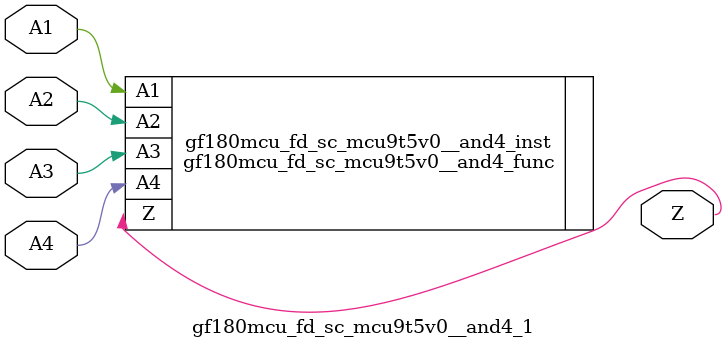
<source format=v>

`ifndef GF180MCU_FD_SC_MCU9T5V0__AND4_1_V
`define GF180MCU_FD_SC_MCU9T5V0__AND4_1_V

`include "gf180mcu_fd_sc_mcu9t5v0__and4_func.v"

`ifdef USE_POWER_PINS
module gf180mcu_fd_sc_mcu9t5v0__and4_1( A1, A2, A3, A4, Z, VDD, VSS );
inout VDD, VSS;
`else // If not USE_POWER_PINS
module gf180mcu_fd_sc_mcu9t5v0__and4_1( A1, A2, A3, A4, Z );
`endif // If not USE_POWER_PINS
input A1, A2, A3, A4;
output Z;

`ifdef USE_POWER_PINS
  gf180mcu_fd_sc_mcu9t5v0__and4_func gf180mcu_fd_sc_mcu9t5v0__and4_inst(.A1(A1),.A2(A2),.A3(A3),.A4(A4),.Z(Z),.VDD(VDD),.VSS(VSS));
`else // If not USE_POWER_PINS
  gf180mcu_fd_sc_mcu9t5v0__and4_func gf180mcu_fd_sc_mcu9t5v0__and4_inst(.A1(A1),.A2(A2),.A3(A3),.A4(A4),.Z(Z));
`endif // If not USE_POWER_PINS

`ifndef FUNCTIONAL
	// spec_gates_begin


	// spec_gates_end



   specify

	// specify_block_begin

	// comb arc A1 --> Z
	 (A1 => Z) = (1.0,1.0);

	// comb arc A2 --> Z
	 (A2 => Z) = (1.0,1.0);

	// comb arc A3 --> Z
	 (A3 => Z) = (1.0,1.0);

	// comb arc A4 --> Z
	 (A4 => Z) = (1.0,1.0);

	// specify_block_end

   endspecify

   `endif

endmodule
`endif // GF180MCU_FD_SC_MCU9T5V0__AND4_1_V

</source>
